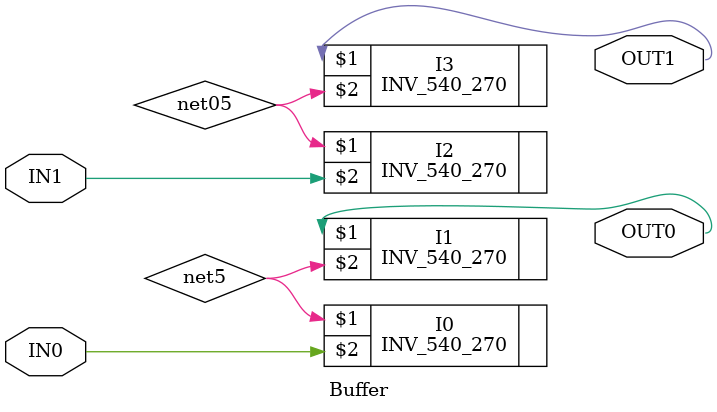
<source format=v>
`timescale 1ns / 1ns 

module Buffer ( OUT0, OUT1, IN0, IN1 );
output  OUT0, OUT1;

input  IN0, IN1;


specify 
    specparam CDS_LIBNAME  = "ECE555";
    specparam CDS_CELLNAME = "Buffer";
    specparam CDS_VIEWNAME = "schematic";
endspecify

INV_540_270 I3 ( OUT1, net05);
INV_540_270 I2 ( net05, IN1);
INV_540_270 I1 ( OUT0, net5);
INV_540_270 I0 ( net5, IN0);

endmodule

</source>
